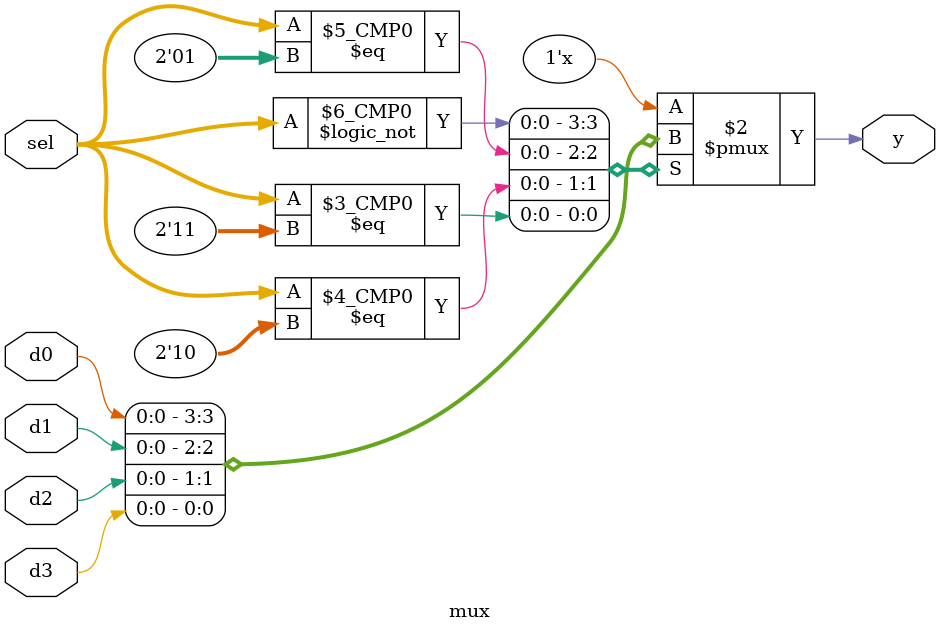
<source format=v>
`timescale 1ns/1ps

module mux (
    input  d0, d1, d2, d3,
    input  [1:0] sel,
    output reg  y
);

    always @(*) begin
        case (sel)
            2'b00: y = d0;
            2'b01: y = d1;
            2'b10: y = d2;
            2'b11: y = d3;
            default: y = 1'bx;
        endcase
    end

endmodule


</source>
